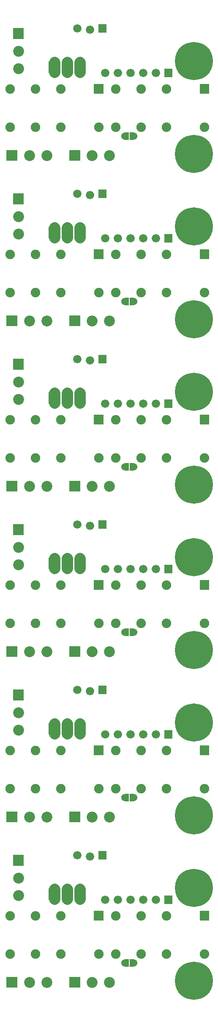
<source format=gbr>
G04 start of page 7 for group -4062 idx -4062 *
G04 Title: (unknown), soldermask *
G04 Creator: pcb 20110918 *
G04 CreationDate: Sun 20 Dec 2015 04:06:38 AM GMT UTC *
G04 For: petersen *
G04 Format: Gerber/RS-274X *
G04 PCB-Dimensions: 170000 770000 *
G04 PCB-Coordinate-Origin: lower left *
%MOIN*%
%FSLAX25Y25*%
%LNBOTTOMMASK*%
%ADD71R,0.0300X0.0300*%
%ADD70C,0.0600*%
%ADD69C,0.0907*%
%ADD68C,0.0900*%
%ADD67C,0.0860*%
%ADD66C,0.2997*%
%ADD65C,0.0660*%
%ADD64C,0.0001*%
%ADD63C,0.0750*%
G54D63*X91500Y557000D03*
X111500D03*
X78000D03*
G54D64*G36*
X77700Y507800D02*Y501200D01*
X84300D01*
Y507800D01*
X77700D01*
G37*
G54D65*X71000Y503500D03*
X61000Y504500D03*
G54D66*X153000Y536000D03*
G54D63*X131500Y557000D03*
X161500D03*
G54D66*X153000Y479000D03*
G54D64*G36*
X129700Y472800D02*Y466200D01*
X136300D01*
Y472800D01*
X129700D01*
G37*
G54D65*X123000Y469500D03*
G54D64*G36*
X157750Y460750D02*Y453250D01*
X165250D01*
Y460750D01*
X157750D01*
G37*
G54D63*X131500Y457000D03*
G54D64*G36*
X54755Y668973D02*Y660373D01*
X63355D01*
Y668973D01*
X54755D01*
G37*
G54D67*X72835Y664673D03*
X86614D03*
G54D63*X91500Y687000D03*
X78000D03*
X111500D03*
G54D65*X113000Y599500D03*
X103000D03*
X93000D03*
G54D67*X86614Y534673D03*
G54D65*X83000Y599500D03*
G54D64*G36*
X77700Y637800D02*Y631200D01*
X84300D01*
Y637800D01*
X77700D01*
G37*
G54D65*X71000Y633500D03*
X61000Y634500D03*
G54D63*X111500Y587000D03*
X91500D03*
G54D64*G36*
X74250Y590750D02*Y583250D01*
X81750D01*
Y590750D01*
X74250D01*
G37*
G54D66*X153000Y666000D03*
Y739000D03*
G54D64*G36*
X157750Y720750D02*Y713250D01*
X165250D01*
Y720750D01*
X157750D01*
G37*
G54D63*X161500Y687000D03*
G54D64*G36*
X129700Y732800D02*Y726200D01*
X136300D01*
Y732800D01*
X129700D01*
G37*
G54D63*X131500Y717000D03*
G54D65*X123000Y729500D03*
G54D63*X131500Y687000D03*
G54D66*X153000Y609000D03*
G54D64*G36*
X129700Y602800D02*Y596200D01*
X136300D01*
Y602800D01*
X129700D01*
G37*
G54D65*X123000Y599500D03*
G54D64*G36*
X157750Y590750D02*Y583250D01*
X165250D01*
Y590750D01*
X157750D01*
G37*
G54D63*X131500Y587000D03*
G54D64*G36*
X38500Y738500D02*Y729500D01*
X47500D01*
Y738500D01*
X38500D01*
G37*
G36*
X10373Y764745D02*Y756145D01*
X18973D01*
Y764745D01*
X10373D01*
G37*
G54D67*X14673Y746665D03*
Y732886D03*
G54D65*X113000Y729500D03*
X103000D03*
X93000D03*
G54D63*X111500Y717000D03*
X91500D03*
G54D68*X63000Y734000D03*
X53000D03*
G54D65*X83000Y729500D03*
G54D63*X48000Y717000D03*
X28000D03*
X8000D03*
G54D64*G36*
X74250Y720750D02*Y713250D01*
X81750D01*
Y720750D01*
X74250D01*
G37*
G36*
X77700Y767800D02*Y761200D01*
X84300D01*
Y767800D01*
X77700D01*
G37*
G54D65*X71000Y763500D03*
X61000Y764500D03*
G54D64*G36*
X5255Y668973D02*Y660373D01*
X13855D01*
Y668973D01*
X5255D01*
G37*
G54D63*X8000Y687000D03*
X28000D03*
G54D64*G36*
X54755Y538973D02*Y530373D01*
X63355D01*
Y538973D01*
X54755D01*
G37*
G54D68*X63000Y604000D03*
X53000D03*
G54D64*G36*
X38500Y608500D02*Y599500D01*
X47500D01*
Y608500D01*
X38500D01*
G37*
G54D63*X48000Y587000D03*
Y557000D03*
G54D67*X72835Y534673D03*
G54D64*G36*
X5255Y538973D02*Y530373D01*
X13855D01*
Y538973D01*
X5255D01*
G37*
G54D67*X23335Y534673D03*
X37114D03*
X23335Y664673D03*
X37114D03*
G54D63*X48000Y687000D03*
G54D64*G36*
X10373Y634745D02*Y626145D01*
X18973D01*
Y634745D01*
X10373D01*
G37*
G54D67*X14673Y616665D03*
G54D64*G36*
X10373Y504745D02*Y496145D01*
X18973D01*
Y504745D01*
X10373D01*
G37*
G54D67*X14673Y486665D03*
Y472886D03*
Y602886D03*
G54D63*X28000Y587000D03*
X8000D03*
Y557000D03*
X28000D03*
G54D64*G36*
X54755Y408973D02*Y400373D01*
X63355D01*
Y408973D01*
X54755D01*
G37*
G54D67*X72835Y404673D03*
X37114D03*
X86614D03*
G54D63*X91500Y427000D03*
X111500D03*
G54D65*X113000Y469500D03*
X103000D03*
X93000D03*
G54D63*X111500Y457000D03*
X91500D03*
G54D64*G36*
X74250Y460750D02*Y453250D01*
X81750D01*
Y460750D01*
X74250D01*
G37*
G54D63*X48000Y427000D03*
X78000D03*
G54D68*X63000Y474000D03*
G54D65*X83000Y469500D03*
G54D68*X53000Y474000D03*
G54D63*X48000Y457000D03*
X28000D03*
X8000D03*
G54D64*G36*
X38500Y478500D02*Y469500D01*
X47500D01*
Y478500D01*
X38500D01*
G37*
G36*
X5255Y408973D02*Y400373D01*
X13855D01*
Y408973D01*
X5255D01*
G37*
G54D67*X23335Y404673D03*
G54D63*X8000Y427000D03*
X28000D03*
G54D64*G36*
X10373Y374745D02*Y366145D01*
X18973D01*
Y374745D01*
X10373D01*
G37*
G54D67*X14673Y356665D03*
Y342886D03*
G54D65*X93000Y339500D03*
X83000D03*
G54D63*X91500Y327000D03*
G54D64*G36*
X74250Y330750D02*Y323250D01*
X81750D01*
Y330750D01*
X74250D01*
G37*
G36*
X77700Y377800D02*Y371200D01*
X84300D01*
Y377800D01*
X77700D01*
G37*
G54D65*X71000Y373500D03*
X61000Y374500D03*
G54D64*G36*
X54755Y278973D02*Y270373D01*
X63355D01*
Y278973D01*
X54755D01*
G37*
G54D68*X63000Y344000D03*
X53000D03*
G54D64*G36*
X38500Y348500D02*Y339500D01*
X47500D01*
Y348500D01*
X38500D01*
G37*
G54D63*X48000Y327000D03*
Y297000D03*
G54D67*X72835Y274673D03*
X86614D03*
G54D63*X91500Y297000D03*
X78000D03*
G54D64*G36*
X5255Y278973D02*Y270373D01*
X13855D01*
Y278973D01*
X5255D01*
G37*
G54D63*X8000Y297000D03*
G54D67*X23335Y274673D03*
G54D63*X28000Y297000D03*
G54D67*X37114Y274673D03*
G54D63*X28000Y327000D03*
X8000D03*
G54D66*X153000Y406000D03*
G54D63*X131500Y427000D03*
X161500D03*
G54D66*X153000Y349000D03*
G54D64*G36*
X157750Y330750D02*Y323250D01*
X165250D01*
Y330750D01*
X157750D01*
G37*
G54D63*X131500Y327000D03*
G54D64*G36*
X129700Y342800D02*Y336200D01*
X136300D01*
Y342800D01*
X129700D01*
G37*
G54D65*X123000Y339500D03*
X113000D03*
X103000D03*
G54D66*X153000Y276000D03*
G54D63*X111500Y327000D03*
Y297000D03*
X131500D03*
X161500D03*
G54D66*X153000Y219000D03*
G54D64*G36*
X157750Y200750D02*Y193250D01*
X165250D01*
Y200750D01*
X157750D01*
G37*
G36*
X129700Y212800D02*Y206200D01*
X136300D01*
Y212800D01*
X129700D01*
G37*
G54D65*X123000Y209500D03*
X113000D03*
X103000D03*
G54D63*X131500Y197000D03*
X111500D03*
G54D68*X53000Y214000D03*
G54D63*X48000Y197000D03*
X28000D03*
G54D65*X83000Y209500D03*
G54D64*G36*
X74250Y200750D02*Y193250D01*
X81750D01*
Y200750D01*
X74250D01*
G37*
G36*
X77700Y247800D02*Y241200D01*
X84300D01*
Y247800D01*
X77700D01*
G37*
G54D65*X71000Y243500D03*
G54D64*G36*
X10373Y244745D02*Y236145D01*
X18973D01*
Y244745D01*
X10373D01*
G37*
G54D67*X14673Y226665D03*
Y212886D03*
G54D63*X8000Y197000D03*
G54D64*G36*
X54755Y148973D02*Y140373D01*
X63355D01*
Y148973D01*
X54755D01*
G37*
G36*
X5255D02*Y140373D01*
X13855D01*
Y148973D01*
X5255D01*
G37*
G54D67*X23335Y144673D03*
X37114D03*
X72835D03*
X86614D03*
G54D66*X153000Y146000D03*
G54D63*X91500Y167000D03*
X8000D03*
X28000D03*
X48000D03*
X78000D03*
X111500D03*
X131500D03*
X161500D03*
G54D68*X63000Y214000D03*
G54D65*X61000Y244500D03*
G54D64*G36*
X38500Y218500D02*Y209500D01*
X47500D01*
Y218500D01*
X38500D01*
G37*
G36*
Y88500D02*Y79500D01*
X47500D01*
Y88500D01*
X38500D01*
G37*
G54D63*X48000Y67000D03*
G54D65*X93000Y209500D03*
G54D63*X91500Y197000D03*
G54D64*G36*
X77700Y117800D02*Y111200D01*
X84300D01*
Y117800D01*
X77700D01*
G37*
G36*
X54755Y18973D02*Y10373D01*
X63355D01*
Y18973D01*
X54755D01*
G37*
G54D67*X72835Y14673D03*
G54D68*X63000Y84000D03*
X53000D03*
G54D65*X71000Y113500D03*
X61000Y114500D03*
G54D66*X153000Y16000D03*
Y89000D03*
G54D64*G36*
X157750Y70750D02*Y63250D01*
X165250D01*
Y70750D01*
X157750D01*
G37*
G36*
X129700Y82800D02*Y76200D01*
X136300D01*
Y82800D01*
X129700D01*
G37*
G54D65*X123000Y79500D03*
X113000D03*
X103000D03*
G54D63*X131500Y67000D03*
X111500D03*
Y37000D03*
X131500D03*
X161500D03*
G54D64*G36*
X10373Y114745D02*Y106145D01*
X18973D01*
Y114745D01*
X10373D01*
G37*
G54D67*X14673Y96665D03*
Y82886D03*
G54D63*X28000Y67000D03*
X8000D03*
G54D67*X86614Y14673D03*
G54D63*X91500Y37000D03*
X78000D03*
G54D64*G36*
X5255Y18973D02*Y10373D01*
X13855D01*
Y18973D01*
X5255D01*
G37*
G54D67*X23335Y14673D03*
X37114D03*
G54D63*X8000Y37000D03*
X28000D03*
X48000D03*
G54D65*X93000Y79500D03*
X83000D03*
G54D63*X91500Y67000D03*
G54D64*G36*
X74250Y70750D02*Y63250D01*
X81750D01*
Y70750D01*
X74250D01*
G37*
G54D69*X53000Y607937D02*Y600063D01*
X43000Y607937D02*Y600063D01*
X63000Y607937D02*Y600063D01*
G54D70*X98700Y680000D03*
G54D71*X100200Y681500D02*Y678500D01*
G54D70*X105500Y680000D03*
G54D71*X104000Y681500D02*Y678500D01*
G54D69*X53000Y737937D02*Y730063D01*
X43000Y737937D02*Y730063D01*
X63000Y737937D02*Y730063D01*
G54D70*X98700Y550000D03*
G54D71*X100200Y551500D02*Y548500D01*
G54D70*X105500Y550000D03*
G54D71*X104000Y551500D02*Y548500D01*
G54D69*X53000Y477937D02*Y470063D01*
X43000Y477937D02*Y470063D01*
X63000Y477937D02*Y470063D01*
G54D70*X98700Y420000D03*
G54D71*X100200Y421500D02*Y418500D01*
G54D70*X105500Y420000D03*
G54D71*X104000Y421500D02*Y418500D01*
G54D69*X53000Y347937D02*Y340063D01*
X43000Y347937D02*Y340063D01*
X63000Y347937D02*Y340063D01*
G54D70*X98700Y290000D03*
G54D71*X100200Y291500D02*Y288500D01*
G54D70*X105500Y290000D03*
G54D71*X104000Y291500D02*Y288500D01*
G54D69*X53000Y217937D02*Y210063D01*
X43000Y217937D02*Y210063D01*
X63000Y217937D02*Y210063D01*
G54D70*X98700Y160000D03*
G54D71*X100200Y161500D02*Y158500D01*
G54D70*X105500Y160000D03*
G54D71*X104000Y161500D02*Y158500D01*
G54D69*X53000Y87937D02*Y80063D01*
X43000Y87937D02*Y80063D01*
X63000Y87937D02*Y80063D01*
G54D70*X98700Y30000D03*
G54D71*X100200Y31500D02*Y28500D01*
G54D70*X105500Y30000D03*
G54D71*X104000Y31500D02*Y28500D01*
M02*

</source>
